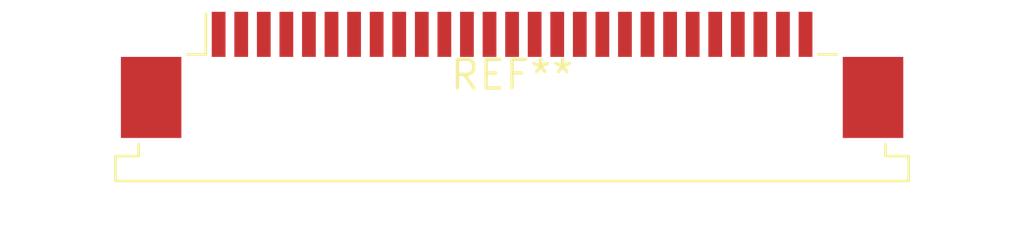
<source format=kicad_pcb>
(kicad_pcb (version 20240108) (generator pcbnew)
  (layers (0 "F.Cu" signal) (31 "B.Cu" signal) (34 "B.Paste" user) (35 "F.Paste" user) (36 "B.SilkS" user "B.Silkscreen") (37 "F.SilkS" user "F.Silkscreen") (38 "B.Mask" user) (39 "F.Mask" user) (44 "Edge.Cuts" user))
  (net 0 "")
  (footprint "TE_2-84953-7_1x27-1MP_P1.0mm_Horizontal" (layer "F.Cu") (at 0 0)
    (property "Reference" "REF**")
    (property "Value" "TE_2-84953-7_1x27-1MP_P1.0mm_Horizontal")
    (fp_line (start -17.57 3.6) (end -16.545 3.6) (layer "F.SilkS") (stroke (width 0.12)))
    (fp_line (start -17.57 4.71) (end -17.57 3.6) (layer "F.SilkS") (stroke (width 0.12)))
    (fp_line (start -16.545 3.6) (end -16.545 3.06) (layer "F.SilkS") (stroke (width 0.12)))
    (fp_line (start -14.39 -0.91) (end -13.565 -0.91) (layer "F.SilkS") (stroke (width 0.12)))
    (fp_line (start -13.565 -0.91) (end -13.565 -2.71) (layer "F.SilkS") (stroke (width 0.12)))
    (fp_line (start 13.565 -0.91) (end 14.39 -0.91) (layer "F.SilkS") (stroke (width 0.12)))
    (fp_line (start 16.545 3.06) (end 16.545 3.6) (layer "F.SilkS") (stroke (width 0.12)))
    (fp_line (start 16.545 3.6) (end 17.57 3.6) (layer "F.SilkS") (stroke (width 0.12)))
    (fp_line (start 17.57 3.6) (end 17.57 4.71) (layer "F.SilkS") (stroke (width 0.12)))
    (fp_line (start 17.57 4.71) (end -17.57 4.71) (layer "F.SilkS") (stroke (width 0.12)))
    (pad "1" smd rect (at -13 -1.8) (size 0.61 2) (layers "F.Cu" "F.Paste" "F.Mask"))
    (pad "2" smd rect (at -12 -1.8) (size 0.61 2) (layers "F.Cu" "F.Paste" "F.Mask"))
    (pad "3" smd rect (at -11 -1.8) (size 0.61 2) (layers "F.Cu" "F.Paste" "F.Mask"))
    (pad "4" smd rect (at -10 -1.8) (size 0.61 2) (layers "F.Cu" "F.Paste" "F.Mask"))
    (pad "5" smd rect (at -9 -1.8) (size 0.61 2) (layers "F.Cu" "F.Paste" "F.Mask"))
    (pad "6" smd rect (at -8 -1.8) (size 0.61 2) (layers "F.Cu" "F.Paste" "F.Mask"))
    (pad "7" smd rect (at -7 -1.8) (size 0.61 2) (layers "F.Cu" "F.Paste" "F.Mask"))
    (pad "8" smd rect (at -6 -1.8) (size 0.61 2) (layers "F.Cu" "F.Paste" "F.Mask"))
    (pad "9" smd rect (at -5 -1.8) (size 0.61 2) (layers "F.Cu" "F.Paste" "F.Mask"))
    (pad "10" smd rect (at -4 -1.8) (size 0.61 2) (layers "F.Cu" "F.Paste" "F.Mask"))
    (pad "11" smd rect (at -3 -1.8) (size 0.61 2) (layers "F.Cu" "F.Paste" "F.Mask"))
    (pad "12" smd rect (at -2 -1.8) (size 0.61 2) (layers "F.Cu" "F.Paste" "F.Mask"))
    (pad "13" smd rect (at -1 -1.8) (size 0.61 2) (layers "F.Cu" "F.Paste" "F.Mask"))
    (pad "14" smd rect (at 0 -1.8) (size 0.61 2) (layers "F.Cu" "F.Paste" "F.Mask"))
    (pad "15" smd rect (at 1 -1.8) (size 0.61 2) (layers "F.Cu" "F.Paste" "F.Mask"))
    (pad "16" smd rect (at 2 -1.8) (size 0.61 2) (layers "F.Cu" "F.Paste" "F.Mask"))
    (pad "17" smd rect (at 3 -1.8) (size 0.61 2) (layers "F.Cu" "F.Paste" "F.Mask"))
    (pad "18" smd rect (at 4 -1.8) (size 0.61 2) (layers "F.Cu" "F.Paste" "F.Mask"))
    (pad "19" smd rect (at 5 -1.8) (size 0.61 2) (layers "F.Cu" "F.Paste" "F.Mask"))
    (pad "20" smd rect (at 6 -1.8) (size 0.61 2) (layers "F.Cu" "F.Paste" "F.Mask"))
    (pad "21" smd rect (at 7 -1.8) (size 0.61 2) (layers "F.Cu" "F.Paste" "F.Mask"))
    (pad "22" smd rect (at 8 -1.8) (size 0.61 2) (layers "F.Cu" "F.Paste" "F.Mask"))
    (pad "23" smd rect (at 9 -1.8) (size 0.61 2) (layers "F.Cu" "F.Paste" "F.Mask"))
    (pad "24" smd rect (at 10 -1.8) (size 0.61 2) (layers "F.Cu" "F.Paste" "F.Mask"))
    (pad "25" smd rect (at 11 -1.8) (size 0.61 2) (layers "F.Cu" "F.Paste" "F.Mask"))
    (pad "26" smd rect (at 12 -1.8) (size 0.61 2) (layers "F.Cu" "F.Paste" "F.Mask"))
    (pad "27" smd rect (at 13 -1.8) (size 0.61 2) (layers "F.Cu" "F.Paste" "F.Mask"))
    (pad "MP" smd rect (at -15.99 1) (size 2.68 3.6) (layers "F.Cu" "F.Paste" "F.Mask"))
    (pad "MP" smd rect (at 15.99 1) (size 2.68 3.6) (layers "F.Cu" "F.Paste" "F.Mask"))
  )
)
</source>
